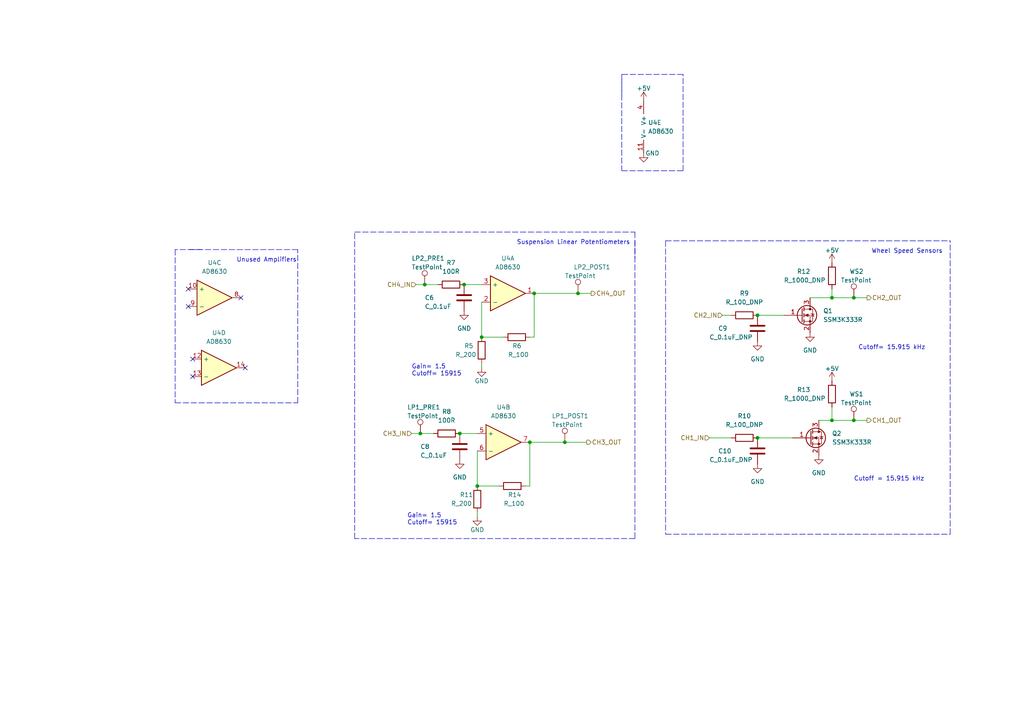
<source format=kicad_sch>
(kicad_sch (version 20211123) (generator eeschema)
  (paper "A4")
  (lib_symbols
    (symbol "Connector:TestPoint" (pin_numbers hide) (pin_names (offset 0.762) hide)
      (property "Reference" "TP" (at 0 6.858 0))
      (property "Value" "TestPoint" (at 0 5.08 0))
      (symbol "TestPoint_0_1"
        (circle (center 0 3.302) (radius 0.762))
      )
      (symbol "TestPoint_1_1"
        (pin passive line (at 0 0 90) (length 2.54) (name "1") (number "1"))
      )
    )
    (symbol "GND_1" (power) (pin_names (offset 0))
      (property "Value" "GND_1" (at 0 -3.81 0))
      (symbol "GND_1_0_1"
        (polyline (pts (xy 0 0) (xy 0 -1.27) (xy 1.27 -1.27) (xy 0 -2.54) (xy -1.27 -1.27) (xy 0 -1.27)))
      )
      (symbol "GND_1_1_1"
        (pin power_in line (at 0 0 270) (length 0) hide (name "GND") (number "1"))
      )
    )
    (symbol "GND_2" (power) (pin_names (offset 0))
      (property "Value" "GND_2" (at 0 -3.81 0))
      (symbol "GND_2_0_1"
        (polyline (pts (xy 0 0) (xy 0 -1.27) (xy 1.27 -1.27) (xy 0 -2.54) (xy -1.27 -1.27) (xy 0 -1.27)))
      )
      (symbol "GND_2_1_1"
        (pin power_in line (at 0 0 270) (length 0) hide (name "GND") (number "1"))
      )
    )
    (symbol "OEM:100R" (pin_numbers hide) (pin_names (offset 0))
      (property "Reference" "R" (at 2.032 0 90))
      (property "Value" "100R" (at 0 0 90))
      (symbol "100R_0_1"
        (rectangle (start -1.016 -2.54) (end 1.016 2.54) (stroke (width 0.254)))
      )
      (symbol "100R_1_1"
        (pin passive line (at 0 3.81 270) (length 1.27) (name "~") (number "1"))
        (pin passive line (at 0 -3.81 90) (length 1.27) (name "~") (number "2"))
      )
    )
    (symbol "formula:AD8630"
      (property "Reference" "U" (at 0 5.08 0))
      (property "Value" "AD8630" (at 0 -5.08 0))
      (symbol "AD8630_1_1"
        (polyline (pts (xy -5.08 5.08) (xy 5.08 0) (xy -5.08 -5.08) (xy -5.08 5.08)) (stroke (width 0.254)) (fill (type background)))
        (pin output line (at 7.62 0 180) (length 2.54) (name "~") (number "1"))
        (pin input line (at -7.62 -2.54 0) (length 2.54) (name "-") (number "2"))
        (pin input line (at -7.62 2.54 0) (length 2.54) (name "+") (number "3"))
      )
      (symbol "AD8630_2_1"
        (polyline (pts (xy -5.08 5.08) (xy 5.08 0) (xy -5.08 -5.08) (xy -5.08 5.08)) (stroke (width 0.254)) (fill (type background)))
        (pin input line (at -7.62 2.54 0) (length 2.54) (name "+") (number "5"))
        (pin input line (at -7.62 -2.54 0) (length 2.54) (name "-") (number "6"))
        (pin output line (at 7.62 0 180) (length 2.54) (name "~") (number "7"))
      )
      (symbol "AD8630_3_1"
        (polyline (pts (xy -5.08 5.08) (xy 5.08 0) (xy -5.08 -5.08) (xy -5.08 5.08)) (stroke (width 0.254)) (fill (type background)))
        (pin input line (at -7.62 2.54 0) (length 2.54) (name "+") (number "10"))
        (pin output line (at 7.62 0 180) (length 2.54) (name "~") (number "8"))
        (pin input line (at -7.62 -2.54 0) (length 2.54) (name "-") (number "9"))
      )
      (symbol "AD8630_4_1"
        (polyline (pts (xy -5.08 5.08) (xy 5.08 0) (xy -5.08 -5.08) (xy -5.08 5.08)) (stroke (width 0.254)) (fill (type background)))
        (pin input line (at -7.62 2.54 0) (length 2.54) (name "+") (number "12"))
        (pin input line (at -7.62 -2.54 0) (length 2.54) (name "-") (number "13"))
        (pin output line (at 7.62 0 180) (length 2.54) (name "~") (number "14"))
      )
      (symbol "AD8630_5_1"
        (pin power_in line (at -2.54 -7.62 90) (length 3.81) (name "V-") (number "11"))
        (pin power_in line (at -2.54 7.62 270) (length 3.81) (name "V+") (number "4"))
      )
    )
    (symbol "formula:C_0.1uF" (pin_numbers hide) (pin_names (offset 0.254))
      (property "Reference" "C" (at 0.635 2.54 0))
      (property "Value" "C_0.1uF" (at 0.635 -2.54 0))
      (symbol "C_0.1uF_0_1"
        (polyline (pts (xy -2.032 -0.762) (xy 2.032 -0.762)) (stroke (width 0.508)))
        (polyline (pts (xy -2.032 0.762) (xy 2.032 0.762)) (stroke (width 0.508)))
      )
      (symbol "C_0.1uF_1_1"
        (pin passive line (at 0 3.81 270) (length 2.794) (name "~") (number "1"))
        (pin passive line (at 0 -3.81 90) (length 2.794) (name "~") (number "2"))
      )
    )
    (symbol "formula:R_100" (pin_numbers hide) (pin_names (offset 0))
      (property "Reference" "R" (at 2.032 0 90))
      (property "Value" "R_100" (at -2.54 0 90))
      (symbol "R_100_0_1"
        (rectangle (start -1.016 -2.54) (end 1.016 2.54) (stroke (width 0.254)))
      )
      (symbol "R_100_1_1"
        (pin passive line (at 0 3.81 270) (length 1.27) (name "~") (number "1"))
        (pin passive line (at 0 -3.81 90) (length 1.27) (name "~") (number "2"))
      )
    )
    (symbol "formula:R_200" (pin_numbers hide) (pin_names (offset 0))
      (property "Reference" "R" (at 2.032 0 90))
      (property "Value" "R_200" (at -2.54 0 90))
      (symbol "R_200_0_1"
        (rectangle (start -1.016 -2.54) (end 1.016 2.54) (stroke (width 0.254)))
      )
      (symbol "R_200_1_1"
        (pin passive line (at 0 3.81 270) (length 1.27) (name "~") (number "1"))
        (pin passive line (at 0 -3.81 90) (length 1.27) (name "~") (number "2"))
      )
    )
    (symbol "formula:SSM3K333R" (pin_names (offset 0) hide)
      (property "Reference" "Q" (at 5.08 1.905 0))
      (property "Value" "SSM3K333R" (at 5.08 0 0))
      (symbol "SSM3K333R_0_1"
        (polyline (pts (xy 0.762 -1.778) (xy 2.54 -1.778)))
        (polyline (pts (xy 0.762 -1.27) (xy 0.762 -2.286)) (stroke (width 0.254)))
        (polyline (pts (xy 0.762 0) (xy 2.54 0)))
        (polyline (pts (xy 0.762 0.508) (xy 0.762 -0.508)) (stroke (width 0.254)))
        (polyline (pts (xy 0.762 1.778) (xy 2.54 1.778)))
        (polyline (pts (xy 0.762 2.286) (xy 0.762 1.27)) (stroke (width 0.254)))
        (polyline (pts (xy 2.54 -1.778) (xy 2.54 -2.54)))
        (polyline (pts (xy 2.54 -1.778) (xy 2.54 0)))
        (polyline (pts (xy 2.54 2.54) (xy 2.54 1.778)))
        (polyline (pts (xy 0.254 1.905) (xy 0.254 -1.905) (xy 0.254 -1.905)) (stroke (width 0.254)))
        (polyline (pts (xy 1.016 0) (xy 2.032 0.381) (xy 2.032 -0.381) (xy 1.016 0)) (fill (type outline)))
        (polyline (pts (xy 2.54 -1.778) (xy 3.302 -1.778) (xy 3.302 1.778) (xy 2.54 1.778)))
        (polyline (pts (xy 2.794 0.508) (xy 2.921 0.381) (xy 3.683 0.381) (xy 3.81 0.254)))
        (polyline (pts (xy 3.302 0.381) (xy 2.921 -0.254) (xy 3.683 -0.254) (xy 3.302 0.381)))
        (circle (center 1.651 0) (radius 2.8194) (stroke (width 0.254)))
        (circle (center 2.54 -1.778) (radius 0.2794) (fill (type outline)))
        (circle (center 2.54 1.778) (radius 0.2794) (fill (type outline)))
      )
      (symbol "SSM3K333R_1_1"
        (pin input line (at -5.08 0 0) (length 5.334) (name "G") (number "1"))
        (pin passive line (at 2.54 -5.08 90) (length 2.54) (name "S") (number "2"))
        (pin passive line (at 2.54 5.08 270) (length 2.54) (name "D") (number "3"))
      )
    )
    (symbol "power:+5V" (power) (pin_names (offset 0))
      (property "Value" "+5V" (at 0 3.556 0))
      (symbol "+5V_0_1"
        (polyline (pts (xy -0.762 1.27) (xy 0 2.54)))
        (polyline (pts (xy 0 0) (xy 0 2.54)))
        (polyline (pts (xy 0 2.54) (xy 0.762 1.27)))
      )
      (symbol "+5V_1_1"
        (pin power_in line (at 0 0 90) (length 0) hide (name "+5V") (number "1"))
      )
    )
    (symbol "power:GND" (power) (pin_names (offset 0))
      (property "Value" "GND" (at 0 -3.81 0))
      (symbol "GND_0_1"
        (polyline (pts (xy 0 0) (xy 0 -1.27) (xy 1.27 -1.27) (xy 0 -2.54) (xy -1.27 -1.27) (xy 0 -1.27)))
      )
      (symbol "GND_1_1"
        (pin power_in line (at 0 0 270) (length 0) hide (name "GND") (number "1"))
      )
    )
  )
  (junction (at 153.67 128.27))
  (junction (at 167.64 85.09))
  (junction (at 163.83 128.27))
  (junction (at 134.62 82.55))
  (junction (at 241.3 121.92))
  (junction (at 241.3 86.36))
  (junction (at 219.71 91.44))
  (junction (at 121.92 125.73))
  (junction (at 123.19 82.55))
  (junction (at 139.7 97.79))
  (junction (at 154.94 85.09))
  (junction (at 138.43 140.97))
  (junction (at 247.65 86.36))
  (junction (at 219.71 127))
  (junction (at 247.65 121.92))
  (junction (at 133.35 125.73))
  (no_connect (at 55.88 109.22))
  (no_connect (at 55.88 104.14))
  (no_connect (at 54.61 88.9))
  (no_connect (at 54.61 83.82))
  (no_connect (at 69.85 86.36))
  (no_connect (at 71.12 106.68))
  (wire (pts (xy 134.62 82.55) (xy 139.7 82.55)))
  (polyline (pts (xy 193.04 69.85) (xy 193.04 154.94)))
  (wire (pts (xy 241.3 86.36) (xy 247.65 86.36)))
  (wire (pts (xy 237.49 121.92) (xy 241.3 121.92)))
  (wire (pts (xy 234.95 86.36) (xy 241.3 86.36)))
  (wire (pts (xy 153.67 128.27) (xy 153.67 140.97)))
  (wire (pts (xy 123.19 82.55) (xy 127 82.55)))
  (polyline (pts (xy 275.59 154.94) (xy 275.59 69.85)))
  (polyline (pts (xy 184.15 67.31) (xy 184.15 74.93)))
  (wire (pts (xy 139.7 87.63) (xy 139.7 97.79)))
  (wire (pts (xy 133.35 125.73) (xy 138.43 125.73)))
  (polyline (pts (xy 50.8 72.39) (xy 50.8 116.84)))
  (wire (pts (xy 241.3 121.92) (xy 247.65 121.92)))
  (polyline (pts (xy 198.12 21.59) (xy 180.34 21.59)))
  (polyline (pts (xy 102.87 67.31) (xy 184.15 67.31)))
  (wire (pts (xy 120.65 82.55) (xy 123.19 82.55)))
  (wire (pts (xy 153.67 140.97) (xy 152.4 140.97)))
  (wire (pts (xy 153.67 128.27) (xy 163.83 128.27)))
  (polyline (pts (xy 180.34 21.59) (xy 180.34 27.94)))
  (polyline (pts (xy 180.34 49.53) (xy 198.12 49.53)))
  (polyline (pts (xy 184.15 69.85) (xy 184.15 156.21)))
  (wire (pts (xy 154.94 85.09) (xy 154.94 97.79)))
  (polyline (pts (xy 184.15 156.21) (xy 102.87 156.21)))
  (polyline (pts (xy 102.87 156.21) (xy 102.87 67.31)))
  (polyline (pts (xy 180.34 22.86) (xy 180.34 49.53)))
  (polyline (pts (xy 198.12 49.53) (xy 198.12 21.59)))
  (polyline (pts (xy 193.04 154.94) (xy 275.59 154.94)))
  (wire (pts (xy 139.7 106.68) (xy 139.7 105.41)))
  (wire (pts (xy 247.65 86.36) (xy 251.46 86.36)))
  (wire (pts (xy 138.43 149.86) (xy 138.43 148.59)))
  (wire (pts (xy 138.43 130.81) (xy 138.43 140.97)))
  (polyline (pts (xy 86.36 116.84) (xy 86.36 72.39)))
  (wire (pts (xy 154.94 97.79) (xy 153.67 97.79)))
  (polyline (pts (xy 58.42 72.39) (xy 50.8 72.39)))
  (polyline (pts (xy 50.8 116.84) (xy 86.36 116.84)))
  (wire (pts (xy 219.71 127) (xy 229.87 127)))
  (wire (pts (xy 119.38 125.73) (xy 121.92 125.73)))
  (wire (pts (xy 209.55 91.44) (xy 212.09 91.44)))
  (polyline (pts (xy 193.04 69.85) (xy 275.59 69.85)))
  (wire (pts (xy 138.43 140.97) (xy 144.78 140.97)))
  (wire (pts (xy 154.94 85.09) (xy 167.64 85.09)))
  (wire (pts (xy 219.71 91.44) (xy 227.33 91.44)))
  (wire (pts (xy 171.45 85.09) (xy 167.64 85.09)))
  (wire (pts (xy 241.3 83.82) (xy 241.3 86.36)))
  (wire (pts (xy 121.92 125.73) (xy 125.73 125.73)))
  (polyline (pts (xy 86.36 72.39) (xy 54.61 72.39)))
  (wire (pts (xy 205.74 127) (xy 212.09 127)))
  (wire (pts (xy 241.3 118.11) (xy 241.3 121.92)))
  (wire (pts (xy 251.46 121.92) (xy 247.65 121.92)))
  (wire (pts (xy 139.7 97.79) (xy 146.05 97.79)))
  (wire (pts (xy 163.83 128.27) (xy 170.18 128.27)))
  (text "Wheel Speed Sensors\n" (at 252.73 73.66 0) (effects (font (size 1.27 1.27)) (justify left bottom)))
  (text "Gain= 1.5\nCutoff= 15915" (at 119.38 109.22 0) (effects (font (size 1.27 1.27)) (justify left bottom)))
  (text "Gain= 1.5\nCutoff= 15915" (at 118.11 152.4 0) (effects (font (size 1.27 1.27)) (justify left bottom)))
  (text "Unused Amplifiers\n" (at 68.58 76.2 0) (effects (font (size 1.27 1.27)) (justify left bottom)))
  (text "Cutoff = 15.915 kHz" (at 247.65 139.7 0) (effects (font (size 1.27 1.27)) (justify left bottom)))
  (text "Cutoff= 15.915 kHz\n" (at 248.92 101.6 0) (effects (font (size 1.27 1.27)) (justify left bottom)))
  (text "Suspension Linear Potentiometers" (at 149.86 71.12 0) (effects (font (size 1.27 1.27)) (justify left bottom)))
  (hierarchical_label "CH3_OUT" (shape output) (at 170.18 128.27 0))
  (hierarchical_label "CH2_IN" (shape input) (at 209.55 91.44 180))
  (hierarchical_label "CH4_IN" (shape input) (at 120.65 82.55 180))
  (hierarchical_label "CH4_OUT" (shape output) (at 171.45 85.09 0))
  (hierarchical_label "CH2_OUT" (shape output) (at 251.46 86.36 0))
  (hierarchical_label "CH1_IN" (shape input) (at 205.74 127 180))
  (hierarchical_label "CH1_OUT" (shape output) (at 251.46 121.92 0))
  (hierarchical_label "CH3_IN" (shape input) (at 119.38 125.73 180))
  (symbol (lib_id "power:GND") (at 186.69 44.45 0) (unit 1)
    (property "Reference" "#PWR?" (effects hide))
    (property "Value" "GND" (at 189.23 44.45 0))
  )
  (symbol (lib_id "formula:C_0.1uF") (at 219.71 95.25 0) (unit 1)
    (property "Reference" "C9" (at 208.28 95.25 0) (effects (justify left)))
    (property "Value" "C_0.1uF_DNP" (at 205.74 97.79 0) (effects (justify left)))
    (property "Footprint" "OEM:C_0603" (effects hide))
    (property "Datasheet" "http://datasheets.avx.com/X7RDielectric.pdf" (effects hide))
    (property "MFN" "DK" (effects hide))
    (property "MPN" "478-3352-1-ND" (effects hide))
    (property "PurchasingLink" "https://www.digikey.com/products/en?keywords=478-3352-1-ND" (effects hide))
  )
  (symbol (lib_id "Connector:TestPoint") (at 247.65 86.36 0) (unit 1)
    (property "Reference" "WS2" (at 246.38 78.74 0) (effects (justify left)))
    (property "Value" "TestPoint" (at 243.84 81.28 0) (effects (justify left)))
    (property "Footprint" "TestPoint:TestPoint_Pad_D1.0mm" (effects hide))
  )
  (symbol (lib_name "GND_1") (lib_id "power:GND") (at 234.95 96.52 0) (unit 1)
    (property "Reference" "#PWR?" (effects hide))
    (property "Value" "GND" (at 234.95 101.6 0))
  )
  (symbol (lib_id "formula:AD8630") (at 147.32 85.09 0) (unit 1)
    (property "Reference" "U4" (at 147.32 74.93 0))
    (property "Value" "AD8630" (at 147.32 77.47 0))
  )
  (symbol (lib_id "formula:R_100") (at 149.86 97.79 270) (unit 1)
    (property "Reference" "R6" (at 148.59 100.33 90) (effects (justify left)))
    (property "Value" "R_100" (at 147.32 102.87 90) (effects (justify left)))
    (property "Footprint" "OEM:R_0603" (effects hide))
    (property "Datasheet" "https://www.seielect.com/Catalog/SEI-rncp.pdf" (effects hide))
    (property "MFN" "DK" (effects hide))
    (property "MPN" "RNCP0805FTD100RCT-ND" (effects hide))
    (property "PurchasingLink" "https://www.digikey.com/products/en?keywords=RNCP0805FTD100RCT-ND" (effects hide))
  )
  (symbol (lib_id "OEM:100R") (at 129.54 125.73 90) (unit 1)
    (property "Reference" "R8" (at 129.54 119.38 90))
    (property "Value" "100R" (at 129.54 121.92 90))
    (property "Footprint" "OEM:R_0603" (effects hide))
  )
  (symbol (lib_id "Connector:TestPoint") (at 163.83 128.27 0) (unit 1)
    (property "Reference" "LP1_POST1" (at 160.02 120.65 0) (effects (justify left)))
    (property "Value" "TestPoint" (at 160.02 123.19 0) (effects (justify left)))
    (property "Footprint" "TestPoint:TestPoint_Pad_D1.0mm" (effects hide))
  )
  (symbol (lib_id "power:GND") (at 139.7 106.68 0) (unit 1)
    (property "Reference" "#PWR?" (effects hide))
    (property "Value" "GND" (at 139.7 110.49 0))
  )
  (symbol (lib_id "power:+5V") (at 241.3 110.49 0) (unit 1)
    (property "Reference" "#PWR?" (effects hide))
    (property "Value" "+5V" (at 241.3 106.9142 0))
  )
  (symbol (lib_id "formula:R_200") (at 241.3 80.01 180) (unit 1)
    (property "Reference" "R12" (at 231.14 78.74 0) (effects (justify right)))
    (property "Value" "R_1000_DNP" (at 227.33 81.28 0) (effects (justify right)))
    (property "Footprint" "OEM:R_0603" (effects hide))
    (property "Datasheet" "https://www.seielect.com/Catalog/SEI-RMCF_RMCP.pdf" (effects hide))
    (property "MFN" "DK" (effects hide))
    (property "MPN" "RMCF0805JT200RCT-ND" (effects hide))
    (property "PurchasingLink" "https://www.digikey.com/products/en?keywords=RMCF0805JT200RCT-ND" (effects hide))
  )
  (symbol (lib_id "Connector:TestPoint") (at 167.64 85.09 0) (unit 1)
    (property "Reference" "LP2_POST1" (at 166.37 77.47 0) (effects (justify left)))
    (property "Value" "TestPoint" (at 163.83 80.01 0) (effects (justify left)))
    (property "Footprint" "TestPoint:TestPoint_Pad_D1.0mm" (effects hide))
  )
  (symbol (lib_id "formula:AD8630") (at 63.5 106.68 0) (unit 4)
    (property "Reference" "U4" (at 63.5 96.52 0))
    (property "Value" "AD8630" (at 63.5 99.06 0))
  )
  (symbol (lib_id "formula:R_100") (at 148.59 140.97 270) (unit 1)
    (property "Reference" "R14" (at 147.32 143.51 90) (effects (justify left)))
    (property "Value" "R_100" (at 146.05 146.05 90) (effects (justify left)))
    (property "Footprint" "OEM:R_0603" (effects hide))
    (property "Datasheet" "https://www.seielect.com/Catalog/SEI-rncp.pdf" (effects hide))
    (property "MFN" "DK" (effects hide))
    (property "MPN" "RNCP0805FTD100RCT-ND" (effects hide))
    (property "PurchasingLink" "https://www.digikey.com/products/en?keywords=RNCP0805FTD100RCT-ND" (effects hide))
  )
  (symbol (lib_id "formula:AD8630") (at 189.23 36.83 0) (unit 5)
    (property "Reference" "U4" (at 187.96 35.5599 0) (effects (justify left)))
    (property "Value" "AD8630" (at 187.96 38.0999 0) (effects (justify left)))
  )
  (symbol (lib_id "formula:C_0.1uF") (at 133.35 129.54 0) (unit 1)
    (property "Reference" "C8" (at 121.92 129.54 0) (effects (justify left)))
    (property "Value" "C_0.1uF" (at 121.92 132.08 0) (effects (justify left)))
    (property "Footprint" "OEM:C_0603" (effects hide))
    (property "Datasheet" "http://datasheets.avx.com/X7RDielectric.pdf" (effects hide))
    (property "MFN" "DK" (effects hide))
    (property "MPN" "478-3352-1-ND" (effects hide))
    (property "PurchasingLink" "https://www.digikey.com/products/en?keywords=478-3352-1-ND" (effects hide))
  )
  (symbol (lib_id "power:+5V") (at 241.3 76.2 0) (unit 1)
    (property "Reference" "#PWR?" (effects hide))
    (property "Value" "+5V" (at 241.3 72.6242 0))
  )
  (symbol (lib_name "GND_2") (lib_id "power:GND") (at 237.49 132.08 0) (unit 1)
    (property "Reference" "#PWR?" (effects hide))
    (property "Value" "GND" (at 237.49 137.16 0))
  )
  (symbol (lib_id "Connector:TestPoint") (at 123.19 82.55 0) (unit 1)
    (property "Reference" "LP2_PRE1" (at 119.38 74.93 0) (effects (justify left)))
    (property "Value" "TestPoint" (at 119.38 77.47 0) (effects (justify left)))
    (property "Footprint" "TestPoint:TestPoint_Pad_D1.0mm" (effects hide))
  )
  (symbol (lib_id "OEM:100R") (at 215.9 127 90) (unit 1)
    (property "Reference" "R10" (at 215.9 120.65 90))
    (property "Value" "R_100_DNP" (at 215.9 123.19 90))
    (property "Footprint" "OEM:R_0603" (effects hide))
  )
  (symbol (lib_id "power:GND") (at 134.62 90.17 0) (unit 1)
    (property "Reference" "#PWR?" (effects hide))
    (property "Value" "GND" (at 134.62 95.25 0))
  )
  (symbol (lib_id "formula:R_200") (at 138.43 144.78 180) (unit 1)
    (property "Reference" "R11" (at 133.35 143.51 0) (effects (justify right)))
    (property "Value" "R_200" (at 130.81 146.05 0) (effects (justify right)))
    (property "Footprint" "OEM:R_0603" (effects hide))
    (property "Datasheet" "https://www.seielect.com/Catalog/SEI-RMCF_RMCP.pdf" (effects hide))
    (property "MFN" "DK" (effects hide))
    (property "MPN" "RMCF0805JT200RCT-ND" (effects hide))
    (property "PurchasingLink" "https://www.digikey.com/products/en?keywords=RMCF0805JT200RCT-ND" (effects hide))
  )
  (symbol (lib_id "power:GND") (at 138.43 149.86 0) (unit 1)
    (property "Reference" "#PWR?" (effects hide))
    (property "Value" "GND" (at 138.43 153.67 0))
  )
  (symbol (lib_id "formula:C_0.1uF") (at 134.62 86.36 0) (unit 1)
    (property "Reference" "C6" (at 123.19 86.36 0) (effects (justify left)))
    (property "Value" "C_0.1uF" (at 123.19 88.9 0) (effects (justify left)))
    (property "Footprint" "OEM:C_0603" (effects hide))
    (property "Datasheet" "http://datasheets.avx.com/X7RDielectric.pdf" (effects hide))
    (property "MFN" "DK" (effects hide))
    (property "MPN" "478-3352-1-ND" (effects hide))
    (property "PurchasingLink" "https://www.digikey.com/products/en?keywords=478-3352-1-ND" (effects hide))
  )
  (symbol (lib_id "formula:SSM3K333R") (at 234.95 127 0) (unit 1)
    (property "Reference" "Q2" (at 241.3 125.7299 0) (effects (justify left)))
    (property "Value" "SSM3K333R" (at 241.3604 128.27 0) (effects (justify left)))
    (property "Footprint" "footprints:SOT-23F" (effects hide))
    (property "Datasheet" "https://drive.google.com/drive/folders/0B-V-iZf33Y4GNzhDQTJZanJRbVk" (effects hide))
    (property "MFN" "DK" (effects hide))
    (property "MPN" "SSM3K333RLFCT-ND" (effects hide))
    (property "PurchasingLink" "https://www.digikey.com/product-detail/en/toshiba-semiconductor-and-storage/SSM3K333RLF/SSM3K333RLFCT-ND/3522391" (effects hide))
  )
  (symbol (lib_id "power:+5V") (at 186.69 29.21 0) (unit 1)
    (property "Reference" "#PWR?" (effects hide))
    (property "Value" "+5V" (at 186.69 25.6342 0))
  )
  (symbol (lib_id "formula:AD8630") (at 146.05 128.27 0) (unit 2)
    (property "Reference" "U4" (at 146.05 118.11 0))
    (property "Value" "AD8630" (at 146.05 120.65 0))
  )
  (symbol (lib_id "formula:C_0.1uF") (at 219.71 130.81 0) (unit 1)
    (property "Reference" "C10" (at 208.28 130.81 0) (effects (justify left)))
    (property "Value" "C_0.1uF_DNP" (at 205.74 133.35 0) (effects (justify left)))
    (property "Footprint" "OEM:C_0603" (effects hide))
    (property "Datasheet" "http://datasheets.avx.com/X7RDielectric.pdf" (effects hide))
    (property "MFN" "DK" (effects hide))
    (property "MPN" "478-3352-1-ND" (effects hide))
    (property "PurchasingLink" "https://www.digikey.com/products/en?keywords=478-3352-1-ND" (effects hide))
  )
  (symbol (lib_id "formula:AD8630") (at 62.23 86.36 0) (unit 3)
    (property "Reference" "U4" (at 62.23 76.2 0))
    (property "Value" "AD8630" (at 62.23 78.74 0))
  )
  (symbol (lib_id "power:GND") (at 219.71 99.06 0) (unit 1)
    (property "Reference" "#PWR?" (effects hide))
    (property "Value" "GND" (at 219.71 104.14 0))
  )
  (symbol (lib_id "Connector:TestPoint") (at 121.92 125.73 0) (unit 1)
    (property "Reference" "LP1_PRE1" (at 118.11 118.11 0) (effects (justify left)))
    (property "Value" "TestPoint" (at 118.11 120.65 0) (effects (justify left)))
    (property "Footprint" "TestPoint:TestPoint_Pad_D1.0mm" (effects hide))
  )
  (symbol (lib_id "formula:R_200") (at 139.7 101.6 180) (unit 1)
    (property "Reference" "R5" (at 134.62 100.33 0) (effects (justify right)))
    (property "Value" "R_200" (at 132.08 102.87 0) (effects (justify right)))
    (property "Footprint" "OEM:R_0603" (effects hide))
    (property "Datasheet" "https://www.seielect.com/Catalog/SEI-RMCF_RMCP.pdf" (effects hide))
    (property "MFN" "DK" (effects hide))
    (property "MPN" "RMCF0805JT200RCT-ND" (effects hide))
    (property "PurchasingLink" "https://www.digikey.com/products/en?keywords=RMCF0805JT200RCT-ND" (effects hide))
  )
  (symbol (lib_id "OEM:100R") (at 215.9 91.44 90) (unit 1)
    (property "Reference" "R9" (at 215.9 85.09 90))
    (property "Value" "R_100_DNP" (at 215.9 87.63 90))
    (property "Footprint" "OEM:R_0603" (effects hide))
  )
  (symbol (lib_id "power:GND") (at 219.71 134.62 0) (unit 1)
    (property "Reference" "#PWR?" (effects hide))
    (property "Value" "GND" (at 219.71 139.7 0))
  )
  (symbol (lib_id "power:GND") (at 133.35 133.35 0) (unit 1)
    (property "Reference" "#PWR?" (effects hide))
    (property "Value" "GND" (at 133.35 138.43 0))
  )
  (symbol (lib_id "OEM:100R") (at 130.81 82.55 90) (unit 1)
    (property "Reference" "R7" (at 130.81 76.2 90))
    (property "Value" "100R" (at 130.81 78.74 90))
    (property "Footprint" "OEM:R_0603" (effects hide))
  )
  (symbol (lib_id "formula:SSM3K333R") (at 232.41 91.44 0) (unit 1)
    (property "Reference" "Q1" (at 238.76 90.1699 0) (effects (justify left)))
    (property "Value" "SSM3K333R" (at 238.76 92.71 0) (effects (justify left)))
    (property "Footprint" "footprints:SOT-23F" (effects hide))
    (property "Datasheet" "https://drive.google.com/drive/folders/0B-V-iZf33Y4GNzhDQTJZanJRbVk" (effects hide))
    (property "MFN" "DK" (effects hide))
    (property "MPN" "SSM3K333RLFCT-ND" (effects hide))
    (property "PurchasingLink" "https://www.digikey.com/product-detail/en/toshiba-semiconductor-and-storage/SSM3K333RLF/SSM3K333RLFCT-ND/3522391" (effects hide))
  )
  (symbol (lib_id "formula:R_200") (at 241.3 114.3 180) (unit 1)
    (property "Reference" "R13" (at 231.14 113.03 0) (effects (justify right)))
    (property "Value" "R_1000_DNP" (at 227.33 115.57 0) (effects (justify right)))
    (property "Footprint" "OEM:R_0603" (effects hide))
    (property "Datasheet" "https://www.seielect.com/Catalog/SEI-RMCF_RMCP.pdf" (effects hide))
    (property "MFN" "DK" (effects hide))
    (property "MPN" "RMCF0805JT200RCT-ND" (effects hide))
    (property "PurchasingLink" "https://www.digikey.com/products/en?keywords=RMCF0805JT200RCT-ND" (effects hide))
  )
  (symbol (lib_id "Connector:TestPoint") (at 247.65 121.92 0) (unit 1)
    (property "Reference" "WS1" (at 246.38 114.3 0) (effects (justify left)))
    (property "Value" "TestPoint" (at 243.84 116.84 0) (effects (justify left)))
    (property "Footprint" "TestPoint:TestPoint_Pad_D1.0mm" (effects hide))
  )
)
</source>
